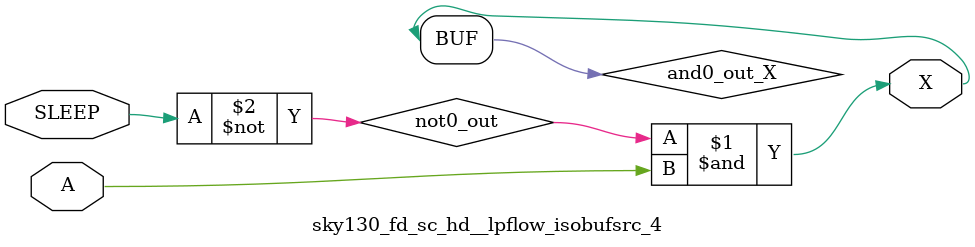
<source format=v>
/*
 * Copyright 2020 The SkyWater PDK Authors
 *
 * Licensed under the Apache License, Version 2.0 (the "License");
 * you may not use this file except in compliance with the License.
 * You may obtain a copy of the License at
 *
 *     https://www.apache.org/licenses/LICENSE-2.0
 *
 * Unless required by applicable law or agreed to in writing, software
 * distributed under the License is distributed on an "AS IS" BASIS,
 * WITHOUT WARRANTIES OR CONDITIONS OF ANY KIND, either express or implied.
 * See the License for the specific language governing permissions and
 * limitations under the License.
 *
 * SPDX-License-Identifier: Apache-2.0
*/


`ifndef SKY130_FD_SC_HD__LPFLOW_ISOBUFSRC_4_FUNCTIONAL_V
`define SKY130_FD_SC_HD__LPFLOW_ISOBUFSRC_4_FUNCTIONAL_V

/**
 * lpflow_isobufsrc: Input isolation, noninverted sleep.
 *
 *                   X = (!A | SLEEP)
 *
 * Verilog simulation functional model.
 */

`timescale 1ns / 1ps
`default_nettype none

`celldefine
module sky130_fd_sc_hd__lpflow_isobufsrc_4 (
    X    ,
    SLEEP,
    A
);

    // Module ports
    output X    ;
    input  SLEEP;
    input  A    ;

    // Local signals
    wire not0_out  ;
    wire and0_out_X;

    //  Name  Output      Other arguments
    not not0 (not0_out  , SLEEP          );
    and and0 (and0_out_X, not0_out, A    );
    buf buf0 (X         , and0_out_X     );

endmodule
`endcelldefine

`default_nettype wire
`endif  // SKY130_FD_SC_HD__LPFLOW_ISOBUFSRC_4_FUNCTIONAL_V

</source>
